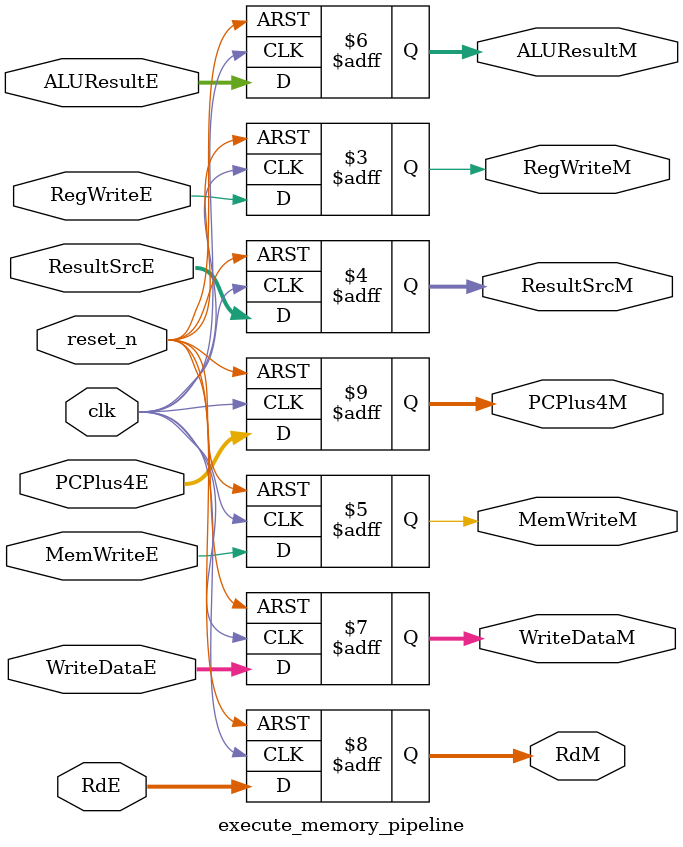
<source format=v>
module execute_memory_pipeline(

input wire clk,
input wire reset_n,
input wire [31:0] ALUResultE,
input wire [31:0] WriteDataE,
input wire [31:0] PCPlus4E,
input wire [11:7] RdE,
input wire RegWriteE,
input wire [1:0] ResultSrcE,
input wire MemWriteE,
output reg RegWriteM,
output reg [1:0] ResultSrcM,
output reg MemWriteM,
output reg [31:0] ALUResultM,
output reg [31:0] WriteDataM,
output reg [11:7] RdM,
output reg [31:0] PCPlus4M

);



always @(posedge clk or negedge reset_n)
begin 
if (!reset_n)
begin
RegWriteM <= 1'b0;
ResultSrcM <= 2'b0;
MemWriteM <= 1'b0;
ALUResultM <= 32'b0;
WriteDataM <= 32'b0;
RdM <= 5'b0;
PCPlus4M <= 32'b0;
end

else
begin
RegWriteM <= RegWriteE;
ResultSrcM <= ResultSrcE;
MemWriteM <= MemWriteE;
ALUResultM <= ALUResultE;
WriteDataM <= WriteDataE;
RdM <= RdE;
PCPlus4M <= PCPlus4E;


end




end

endmodule

</source>
